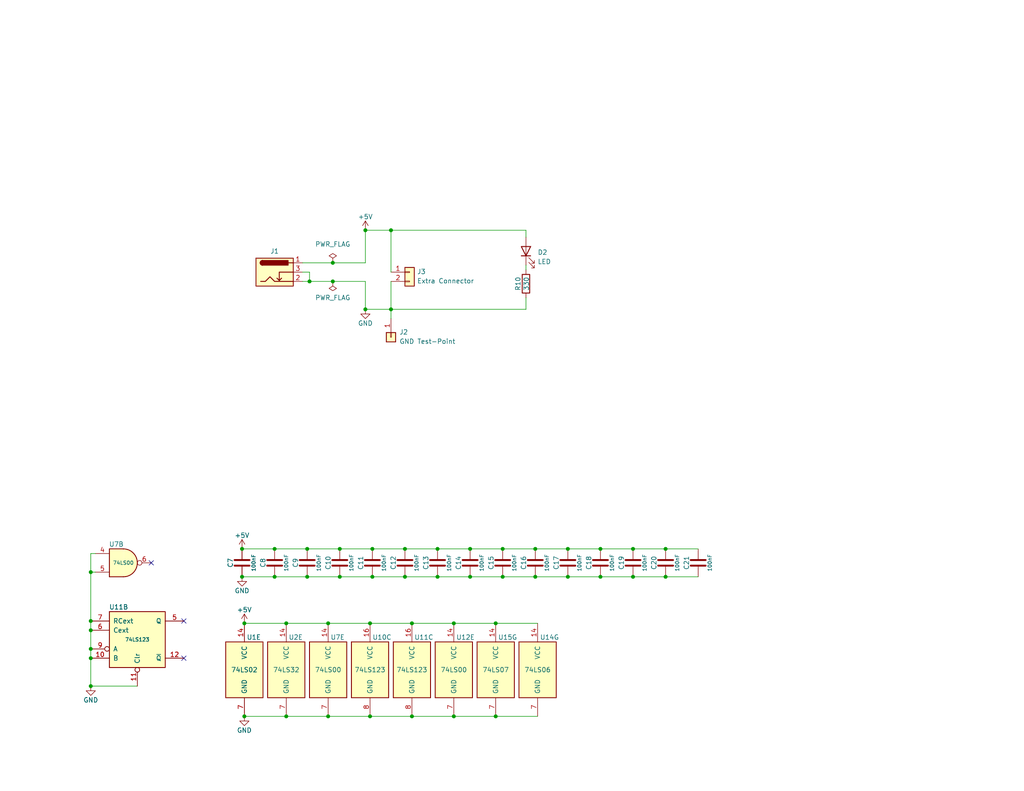
<source format=kicad_sch>
(kicad_sch (version 20250114) (generator "eeschema") (generator_version "9.0")
  (paper "USLetter")
  (title_block (title "Sorcerer Dream Disk") (date "2025-05-04") (rev "1.1") (company "Marcel Erz (RetroStack), John Halkiadakis, Michael Borthwick (Exidyboy)") (comment 2 "Barrel Jack power connector, all power units, and unused units") (comment 4 "Power"))
  (lib_symbols
    (symbol "+5V_5" (power) (pin_numbers (hide yes)) (pin_names (offset 0) (hide yes))
      (property "Value" "+5V" (at 0 3.556 0))
      (symbol "+5V_5_0_1"
        (polyline (pts (xy -0.762 1.27) (xy 0 2.54)))
        (polyline (pts (xy 0 2.54) (xy 0.762 1.27)))
        (polyline (pts (xy 0 0) (xy 0 2.54)))
      )
      (symbol "+5V_5_1_1"
        (pin power_in line (at 0 0 90) (length 0) (name "~") (number "1"))
      )
    )
    (symbol "74xx:74LS00" (pin_names (offset 1.016))
      (property "Reference" "U" (at 0 1.27 0))
      (property "Value" "74LS00" (at 0 -1.27 0))
      (symbol "74LS00_1_1"
        (arc (start 0 3.81) (mid 3.7934 0) (end 0 -3.81) (stroke (width 0.254)) (fill (type background)))
        (polyline (pts (xy 0 3.81) (xy -3.81 3.81) (xy -3.81 -3.81) (xy 0 -3.81)) (stroke (width 0.254)) (fill (type background)))
        (pin input line (at -7.62 2.54 0) (length 3.81) (name "~") (number "1"))
        (pin input line (at -7.62 -2.54 0) (length 3.81) (name "~") (number "2"))
        (pin output inverted (at 7.62 0 180) (length 3.81) (name "~") (number "3"))
      )
      (symbol "74LS00_1_2"
        (arc (start -3.81 3.81) (mid -2.589 0) (end -3.81 -3.81) (stroke (width 0.254)))
        (polyline (pts (xy -3.81 3.81) (xy -0.635 3.81)) (stroke (width 0.254)) (fill (type background)))
        (polyline (pts (xy -3.81 -3.81) (xy -0.635 -3.81)) (stroke (width 0.254)) (fill (type background)))
        (arc (start 3.81 0) (mid 2.1855 -2.584) (end -0.6096 -3.81) (stroke (width 0.254)) (fill (type background)))
        (arc (start -0.6096 3.81) (mid 2.1928 2.5924) (end 3.81 0) (stroke (width 0.254)) (fill (type background)))
        (polyline (pts (xy -0.635 3.81) (xy -3.81 3.81) (xy -3.81 3.81) (xy -3.556 3.4036) (xy -3.0226 2.2606) (xy -2.6924 1.0414) (xy -2.6162 -0.254) (xy -2.7686 -1.4986) (xy -3.175 -2.7178) (xy -3.81 -3.81) (xy -3.81 -3.81) (xy -0.635 -3.81)) (stroke (width -25.4)) (fill (type background)))
        (pin input inverted (at -7.62 2.54 0) (length 4.318) (name "~") (number "1"))
        (pin input inverted (at -7.62 -2.54 0) (length 4.318) (name "~") (number "2"))
        (pin output line (at 7.62 0 180) (length 3.81) (name "~") (number "3"))
      )
      (symbol "74LS00_2_1"
        (arc (start 0 3.81) (mid 3.7934 0) (end 0 -3.81) (stroke (width 0.254)) (fill (type background)))
        (polyline (pts (xy 0 3.81) (xy -3.81 3.81) (xy -3.81 -3.81) (xy 0 -3.81)) (stroke (width 0.254)) (fill (type background)))
        (pin input line (at -7.62 2.54 0) (length 3.81) (name "~") (number "4"))
        (pin input line (at -7.62 -2.54 0) (length 3.81) (name "~") (number "5"))
        (pin output inverted (at 7.62 0 180) (length 3.81) (name "~") (number "6"))
      )
      (symbol "74LS00_2_2"
        (arc (start -3.81 3.81) (mid -2.589 0) (end -3.81 -3.81) (stroke (width 0.254)))
        (polyline (pts (xy -3.81 3.81) (xy -0.635 3.81)) (stroke (width 0.254)) (fill (type background)))
        (polyline (pts (xy -3.81 -3.81) (xy -0.635 -3.81)) (stroke (width 0.254)) (fill (type background)))
        (arc (start 3.81 0) (mid 2.1855 -2.584) (end -0.6096 -3.81) (stroke (width 0.254)) (fill (type background)))
        (arc (start -0.6096 3.81) (mid 2.1928 2.5924) (end 3.81 0) (stroke (width 0.254)) (fill (type background)))
        (polyline (pts (xy -0.635 3.81) (xy -3.81 3.81) (xy -3.81 3.81) (xy -3.556 3.4036) (xy -3.0226 2.2606) (xy -2.6924 1.0414) (xy -2.6162 -0.254) (xy -2.7686 -1.4986) (xy -3.175 -2.7178) (xy -3.81 -3.81) (xy -3.81 -3.81) (xy -0.635 -3.81)) (stroke (width -25.4)) (fill (type background)))
        (pin input inverted (at -7.62 2.54 0) (length 4.318) (name "~") (number "4"))
        (pin input inverted (at -7.62 -2.54 0) (length 4.318) (name "~") (number "5"))
        (pin output line (at 7.62 0 180) (length 3.81) (name "~") (number "6"))
      )
      (symbol "74LS00_3_1"
        (arc (start 0 3.81) (mid 3.7934 0) (end 0 -3.81) (stroke (width 0.254)) (fill (type background)))
        (polyline (pts (xy 0 3.81) (xy -3.81 3.81) (xy -3.81 -3.81) (xy 0 -3.81)) (stroke (width 0.254)) (fill (type background)))
        (pin input line (at -7.62 2.54 0) (length 3.81) (name "~") (number "9"))
        (pin input line (at -7.62 -2.54 0) (length 3.81) (name "~") (number "10"))
        (pin output inverted (at 7.62 0 180) (length 3.81) (name "~") (number "8"))
      )
      (symbol "74LS00_3_2"
        (arc (start -3.81 3.81) (mid -2.589 0) (end -3.81 -3.81) (stroke (width 0.254)))
        (polyline (pts (xy -3.81 3.81) (xy -0.635 3.81)) (stroke (width 0.254)) (fill (type background)))
        (polyline (pts (xy -3.81 -3.81) (xy -0.635 -3.81)) (stroke (width 0.254)) (fill (type background)))
        (arc (start 3.81 0) (mid 2.1855 -2.584) (end -0.6096 -3.81) (stroke (width 0.254)) (fill (type background)))
        (arc (start -0.6096 3.81) (mid 2.1928 2.5924) (end 3.81 0) (stroke (width 0.254)) (fill (type background)))
        (polyline (pts (xy -0.635 3.81) (xy -3.81 3.81) (xy -3.81 3.81) (xy -3.556 3.4036) (xy -3.0226 2.2606) (xy -2.6924 1.0414) (xy -2.6162 -0.254) (xy -2.7686 -1.4986) (xy -3.175 -2.7178) (xy -3.81 -3.81) (xy -3.81 -3.81) (xy -0.635 -3.81)) (stroke (width -25.4)) (fill (type background)))
        (pin input inverted (at -7.62 2.54 0) (length 4.318) (name "~") (number "9"))
        (pin input inverted (at -7.62 -2.54 0) (length 4.318) (name "~") (number "10"))
        (pin output line (at 7.62 0 180) (length 3.81) (name "~") (number "8"))
      )
      (symbol "74LS00_4_1"
        (arc (start 0 3.81) (mid 3.7934 0) (end 0 -3.81) (stroke (width 0.254)) (fill (type background)))
        (polyline (pts (xy 0 3.81) (xy -3.81 3.81) (xy -3.81 -3.81) (xy 0 -3.81)) (stroke (width 0.254)) (fill (type background)))
        (pin input line (at -7.62 2.54 0) (length 3.81) (name "~") (number "12"))
        (pin input line (at -7.62 -2.54 0) (length 3.81) (name "~") (number "13"))
        (pin output inverted (at 7.62 0 180) (length 3.81) (name "~") (number "11"))
      )
      (symbol "74LS00_4_2"
        (arc (start -3.81 3.81) (mid -2.589 0) (end -3.81 -3.81) (stroke (width 0.254)))
        (polyline (pts (xy -3.81 3.81) (xy -0.635 3.81)) (stroke (width 0.254)) (fill (type background)))
        (polyline (pts (xy -3.81 -3.81) (xy -0.635 -3.81)) (stroke (width 0.254)) (fill (type background)))
        (arc (start 3.81 0) (mid 2.1855 -2.584) (end -0.6096 -3.81) (stroke (width 0.254)) (fill (type background)))
        (arc (start -0.6096 3.81) (mid 2.1928 2.5924) (end 3.81 0) (stroke (width 0.254)) (fill (type background)))
        (polyline (pts (xy -0.635 3.81) (xy -3.81 3.81) (xy -3.81 3.81) (xy -3.556 3.4036) (xy -3.0226 2.2606) (xy -2.6924 1.0414) (xy -2.6162 -0.254) (xy -2.7686 -1.4986) (xy -3.175 -2.7178) (xy -3.81 -3.81) (xy -3.81 -3.81) (xy -0.635 -3.81)) (stroke (width -25.4)) (fill (type background)))
        (pin input inverted (at -7.62 2.54 0) (length 4.318) (name "~") (number "12"))
        (pin input inverted (at -7.62 -2.54 0) (length 4.318) (name "~") (number "13"))
        (pin output line (at 7.62 0 180) (length 3.81) (name "~") (number "11"))
      )
      (symbol "74LS00_5_0"
        (pin power_in line (at 0 12.7 270) (length 5.08) (name "VCC") (number "14"))
        (pin power_in line (at 0 -12.7 90) (length 5.08) (name "GND") (number "7"))
      )
      (symbol "74LS00_5_1"
        (rectangle (start -5.08 7.62) (end 5.08 -7.62) (stroke (width 0.254)) (fill (type background)))
      )
    )
    (symbol "74xx:74LS02" (pin_names (offset 1.016))
      (property "Reference" "U" (at 0 1.27 0))
      (property "Value" "74LS02" (at 0 -1.27 0))
      (symbol "74LS02_1_1"
        (arc (start -3.81 3.81) (mid -2.589 0) (end -3.81 -3.81) (stroke (width 0.254)))
        (polyline (pts (xy -3.81 3.81) (xy -0.635 3.81)) (stroke (width 0.254)) (fill (type background)))
        (polyline (pts (xy -3.81 -3.81) (xy -0.635 -3.81)) (stroke (width 0.254)) (fill (type background)))
        (arc (start 3.81 0) (mid 2.1855 -2.584) (end -0.6096 -3.81) (stroke (width 0.254)) (fill (type background)))
        (arc (start -0.6096 3.81) (mid 2.1928 2.5924) (end 3.81 0) (stroke (width 0.254)) (fill (type background)))
        (polyline (pts (xy -0.635 3.81) (xy -3.81 3.81) (xy -3.81 3.81) (xy -3.556 3.4036) (xy -3.0226 2.2606) (xy -2.6924 1.0414) (xy -2.6162 -0.254) (xy -2.7686 -1.4986) (xy -3.175 -2.7178) (xy -3.81 -3.81) (xy -3.81 -3.81) (xy -0.635 -3.81)) (stroke (width -25.4)) (fill (type background)))
        (pin input line (at -7.62 2.54 0) (length 4.318) (name "~") (number "2"))
        (pin input line (at -7.62 -2.54 0) (length 4.318) (name "~") (number "3"))
        (pin output inverted (at 7.62 0 180) (length 3.81) (name "~") (number "1"))
      )
      (symbol "74LS02_1_2"
        (arc (start 0 3.81) (mid 3.7934 0) (end 0 -3.81) (stroke (width 0.254)) (fill (type background)))
        (polyline (pts (xy 0 3.81) (xy -3.81 3.81) (xy -3.81 -3.81) (xy 0 -3.81)) (stroke (width 0.254)) (fill (type background)))
        (pin input inverted (at -7.62 2.54 0) (length 3.81) (name "~") (number "2"))
        (pin input inverted (at -7.62 -2.54 0) (length 3.81) (name "~") (number "3"))
        (pin output line (at 7.62 0 180) (length 3.81) (name "~") (number "1"))
      )
      (symbol "74LS02_2_1"
        (arc (start -3.81 3.81) (mid -2.589 0) (end -3.81 -3.81) (stroke (width 0.254)))
        (polyline (pts (xy -3.81 3.81) (xy -0.635 3.81)) (stroke (width 0.254)) (fill (type background)))
        (polyline (pts (xy -3.81 -3.81) (xy -0.635 -3.81)) (stroke (width 0.254)) (fill (type background)))
        (arc (start 3.81 0) (mid 2.1855 -2.584) (end -0.6096 -3.81) (stroke (width 0.254)) (fill (type background)))
        (arc (start -0.6096 3.81) (mid 2.1928 2.5924) (end 3.81 0) (stroke (width 0.254)) (fill (type background)))
        (polyline (pts (xy -0.635 3.81) (xy -3.81 3.81) (xy -3.81 3.81) (xy -3.556 3.4036) (xy -3.0226 2.2606) (xy -2.6924 1.0414) (xy -2.6162 -0.254) (xy -2.7686 -1.4986) (xy -3.175 -2.7178) (xy -3.81 -3.81) (xy -3.81 -3.81) (xy -0.635 -3.81)) (stroke (width -25.4)) (fill (type background)))
        (pin input line (at -7.62 2.54 0) (length 4.318) (name "~") (number "5"))
        (pin input line (at -7.62 -2.54 0) (length 4.318) (name "~") (number "6"))
        (pin output inverted (at 7.62 0 180) (length 3.81) (name "~") (number "4"))
      )
      (symbol "74LS02_2_2"
        (arc (start 0 3.81) (mid 3.7934 0) (end 0 -3.81) (stroke (width 0.254)) (fill (type background)))
        (polyline (pts (xy 0 3.81) (xy -3.81 3.81) (xy -3.81 -3.81) (xy 0 -3.81)) (stroke (width 0.254)) (fill (type background)))
        (pin input inverted (at -7.62 2.54 0) (length 3.81) (name "~") (number "5"))
        (pin input inverted (at -7.62 -2.54 0) (length 3.81) (name "~") (number "6"))
        (pin output line (at 7.62 0 180) (length 3.81) (name "~") (number "4"))
      )
      (symbol "74LS02_3_1"
        (arc (start -3.81 3.81) (mid -2.589 0) (end -3.81 -3.81) (stroke (width 0.254)))
        (polyline (pts (xy -3.81 3.81) (xy -0.635 3.81)) (stroke (width 0.254)) (fill (type background)))
        (polyline (pts (xy -3.81 -3.81) (xy -0.635 -3.81)) (stroke (width 0.254)) (fill (type background)))
        (arc (start 3.81 0) (mid 2.1855 -2.584) (end -0.6096 -3.81) (stroke (width 0.254)) (fill (type background)))
        (arc (start -0.6096 3.81) (mid 2.1928 2.5924) (end 3.81 0) (stroke (width 0.254)) (fill (type background)))
        (polyline (pts (xy -0.635 3.81) (xy -3.81 3.81) (xy -3.81 3.81) (xy -3.556 3.4036) (xy -3.0226 2.2606) (xy -2.6924 1.0414) (xy -2.6162 -0.254) (xy -2.7686 -1.4986) (xy -3.175 -2.7178) (xy -3.81 -3.81) (xy -3.81 -3.81) (xy -0.635 -3.81)) (stroke (width -25.4)) (fill (type background)))
        (pin input line (at -7.62 2.54 0) (length 4.318) (name "~") (number "8"))
        (pin input line (at -7.62 -2.54 0) (length 4.318) (name "~") (number "9"))
        (pin output inverted (at 7.62 0 180) (length 3.81) (name "~") (number "10"))
      )
      (symbol "74LS02_3_2"
        (arc (start 0 3.81) (mid 3.7934 0) (end 0 -3.81) (stroke (width 0.254)) (fill (type background)))
        (polyline (pts (xy 0 3.81) (xy -3.81 3.81) (xy -3.81 -3.81) (xy 0 -3.81)) (stroke (width 0.254)) (fill (type background)))
        (pin input inverted (at -7.62 2.54 0) (length 3.81) (name "~") (number "8"))
        (pin input inverted (at -7.62 -2.54 0) (length 3.81) (name "~") (number "9"))
        (pin output line (at 7.62 0 180) (length 3.81) (name "~") (number "10"))
      )
      (symbol "74LS02_4_1"
        (arc (start -3.81 3.81) (mid -2.589 0) (end -3.81 -3.81) (stroke (width 0.254)))
        (polyline (pts (xy -3.81 3.81) (xy -0.635 3.81)) (stroke (width 0.254)) (fill (type background)))
        (polyline (pts (xy -3.81 -3.81) (xy -0.635 -3.81)) (stroke (width 0.254)) (fill (type background)))
        (arc (start 3.81 0) (mid 2.1855 -2.584) (end -0.6096 -3.81) (stroke (width 0.254)) (fill (type background)))
        (arc (start -0.6096 3.81) (mid 2.1928 2.5924) (end 3.81 0) (stroke (width 0.254)) (fill (type background)))
        (polyline (pts (xy -0.635 3.81) (xy -3.81 3.81) (xy -3.81 3.81) (xy -3.556 3.4036) (xy -3.0226 2.2606) (xy -2.6924 1.0414) (xy -2.6162 -0.254) (xy -2.7686 -1.4986) (xy -3.175 -2.7178) (xy -3.81 -3.81) (xy -3.81 -3.81) (xy -0.635 -3.81)) (stroke (width -25.4)) (fill (type background)))
        (pin input line (at -7.62 2.54 0) (length 4.318) (name "~") (number "11"))
        (pin input line (at -7.62 -2.54 0) (length 4.318) (name "~") (number "12"))
        (pin output inverted (at 7.62 0 180) (length 3.81) (name "~") (number "13"))
      )
      (symbol "74LS02_4_2"
        (arc (start 0 3.81) (mid 3.7934 0) (end 0 -3.81) (stroke (width 0.254)) (fill (type background)))
        (polyline (pts (xy 0 3.81) (xy -3.81 3.81) (xy -3.81 -3.81) (xy 0 -3.81)) (stroke (width 0.254)) (fill (type background)))
        (pin input inverted (at -7.62 2.54 0) (length 3.81) (name "~") (number "11"))
        (pin input inverted (at -7.62 -2.54 0) (length 3.81) (name "~") (number "12"))
        (pin output line (at 7.62 0 180) (length 3.81) (name "~") (number "13"))
      )
      (symbol "74LS02_5_0"
        (pin power_in line (at 0 12.7 270) (length 5.08) (name "VCC") (number "14"))
        (pin power_in line (at 0 -12.7 90) (length 5.08) (name "GND") (number "7"))
      )
      (symbol "74LS02_5_1"
        (rectangle (start -5.08 7.62) (end 5.08 -7.62) (stroke (width 0.254)) (fill (type background)))
      )
    )
    (symbol "74xx:74LS06" (pin_names (offset 1.016))
      (property "Reference" "U" (at 0 1.27 0))
      (property "Value" "74LS06" (at 0 -1.27 0))
      (symbol "74LS06_1_0"
        (polyline (pts (xy -3.81 3.81) (xy -3.81 -3.81) (xy 3.81 0) (xy -3.81 3.81)) (stroke (width 0.254)) (fill (type background)))
        (pin input line (at -7.62 0 0) (length 3.81) (name "~") (number "1"))
        (pin open_collector inverted (at 7.62 0 180) (length 3.81) (name "~") (number "2"))
      )
      (symbol "74LS06_2_0"
        (polyline (pts (xy -3.81 3.81) (xy -3.81 -3.81) (xy 3.81 0) (xy -3.81 3.81)) (stroke (width 0.254)) (fill (type background)))
        (pin input line (at -7.62 0 0) (length 3.81) (name "~") (number "3"))
        (pin open_collector inverted (at 7.62 0 180) (length 3.81) (name "~") (number "4"))
      )
      (symbol "74LS06_3_0"
        (polyline (pts (xy -3.81 3.81) (xy -3.81 -3.81) (xy 3.81 0) (xy -3.81 3.81)) (stroke (width 0.254)) (fill (type background)))
        (pin input line (at -7.62 0 0) (length 3.81) (name "~") (number "5"))
        (pin open_collector inverted (at 7.62 0 180) (length 3.81) (name "~") (number "6"))
      )
      (symbol "74LS06_4_0"
        (polyline (pts (xy -3.81 3.81) (xy -3.81 -3.81) (xy 3.81 0) (xy -3.81 3.81)) (stroke (width 0.254)) (fill (type background)))
        (pin input line (at -7.62 0 0) (length 3.81) (name "~") (number "9"))
        (pin open_collector inverted (at 7.62 0 180) (length 3.81) (name "~") (number "8"))
      )
      (symbol "74LS06_5_0"
        (polyline (pts (xy -3.81 3.81) (xy -3.81 -3.81) (xy 3.81 0) (xy -3.81 3.81)) (stroke (width 0.254)) (fill (type background)))
        (pin input line (at -7.62 0 0) (length 3.81) (name "~") (number "11"))
        (pin open_collector inverted (at 7.62 0 180) (length 3.81) (name "~") (number "10"))
      )
      (symbol "74LS06_6_0"
        (polyline (pts (xy -3.81 3.81) (xy -3.81 -3.81) (xy 3.81 0) (xy -3.81 3.81)) (stroke (width 0.254)) (fill (type background)))
        (pin input line (at -7.62 0 0) (length 3.81) (name "~") (number "13"))
        (pin open_collector inverted (at 7.62 0 180) (length 3.81) (name "~") (number "12"))
      )
      (symbol "74LS06_7_0"
        (pin power_in line (at 0 12.7 270) (length 5.08) (name "VCC") (number "14"))
        (pin power_in line (at 0 -12.7 90) (length 5.08) (name "GND") (number "7"))
      )
      (symbol "74LS06_7_1"
        (rectangle (start -5.08 7.62) (end 5.08 -7.62) (stroke (width 0.254)) (fill (type background)))
      )
    )
    (symbol "74xx:74LS07" (pin_names (offset 1.016))
      (property "Reference" "U" (at 0 1.27 0))
      (property "Value" "74LS07" (at 0 -1.27 0))
      (symbol "74LS07_1_0"
        (polyline (pts (xy -3.81 3.81) (xy -3.81 -3.81) (xy 3.81 0) (xy -3.81 3.81)) (stroke (width 0.254)) (fill (type background)))
        (pin input line (at -7.62 0 0) (length 3.81) (name "~") (number "1"))
        (pin open_collector line (at 7.62 0 180) (length 3.81) (name "~") (number "2"))
      )
      (symbol "74LS07_2_0"
        (polyline (pts (xy -3.81 3.81) (xy -3.81 -3.81) (xy 3.81 0) (xy -3.81 3.81)) (stroke (width 0.254)) (fill (type background)))
        (pin input line (at -7.62 0 0) (length 3.81) (name "~") (number "3"))
        (pin open_collector line (at 7.62 0 180) (length 3.81) (name "~") (number "4"))
      )
      (symbol "74LS07_3_0"
        (polyline (pts (xy -3.81 3.81) (xy -3.81 -3.81) (xy 3.81 0) (xy -3.81 3.81)) (stroke (width 0.254)) (fill (type background)))
        (pin input line (at -7.62 0 0) (length 3.81) (name "~") (number "5"))
        (pin open_collector line (at 7.62 0 180) (length 3.81) (name "~") (number "6"))
      )
      (symbol "74LS07_4_0"
        (polyline (pts (xy -3.81 3.81) (xy -3.81 -3.81) (xy 3.81 0) (xy -3.81 3.81)) (stroke (width 0.254)) (fill (type background)))
        (pin input line (at -7.62 0 0) (length 3.81) (name "~") (number "9"))
        (pin open_collector line (at 7.62 0 180) (length 3.81) (name "~") (number "8"))
      )
      (symbol "74LS07_5_0"
        (polyline (pts (xy -3.81 3.81) (xy -3.81 -3.81) (xy 3.81 0) (xy -3.81 3.81)) (stroke (width 0.254)) (fill (type background)))
        (pin input line (at -7.62 0 0) (length 3.81) (name "~") (number "11"))
        (pin open_collector line (at 7.62 0 180) (length 3.81) (name "~") (number "10"))
      )
      (symbol "74LS07_6_0"
        (polyline (pts (xy -3.81 3.81) (xy -3.81 -3.81) (xy 3.81 0) (xy -3.81 3.81)) (stroke (width 0.254)) (fill (type background)))
        (pin input line (at -7.62 0 0) (length 3.81) (name "~") (number "13"))
        (pin open_collector line (at 7.62 0 180) (length 3.81) (name "~") (number "12"))
      )
      (symbol "74LS07_7_0"
        (pin power_in line (at 0 12.7 270) (length 5.08) (name "VCC") (number "14"))
        (pin power_in line (at 0 -12.7 90) (length 5.08) (name "GND") (number "7"))
      )
      (symbol "74LS07_7_1"
        (rectangle (start -5.08 7.62) (end 5.08 -7.62) (stroke (width 0.254)) (fill (type background)))
      )
    )
    (symbol "74xx:74LS123" (pin_names (offset 1.016))
      (property "Reference" "U" (at -7.62 8.89 0))
      (property "Value" "74LS123" (at -7.62 -8.89 0))
      (symbol "74LS123_1_0"
        (pin input line (at -12.7 5.08 0) (length 5.08) (name "RCext") (number "15"))
        (pin input line (at -12.7 2.54 0) (length 5.08) (name "Cext") (number "14"))
        (pin input inverted (at -12.7 -2.54 0) (length 5.08) (name "A") (number "1"))
        (pin input line (at -12.7 -5.08 0) (length 5.08) (name "B") (number "2"))
        (pin input inverted (at 0 -12.7 90) (length 5.08) (name "Clr") (number "3"))
        (pin output line (at 12.7 5.08 180) (length 5.08) (name "Q") (number "13"))
        (pin output line (at 12.7 -5.08 180) (length 5.08) (name "~{Q}") (number "4"))
      )
      (symbol "74LS123_1_1"
        (rectangle (start -7.62 7.62) (end 7.62 -7.62) (stroke (width 0.254)) (fill (type background)))
      )
      (symbol "74LS123_2_0"
        (pin input line (at -12.7 5.08 0) (length 5.08) (name "RCext") (number "7"))
        (pin input line (at -12.7 2.54 0) (length 5.08) (name "Cext") (number "6"))
        (pin input inverted (at -12.7 -2.54 0) (length 5.08) (name "A") (number "9"))
        (pin input line (at -12.7 -5.08 0) (length 5.08) (name "B") (number "10"))
        (pin input inverted (at 0 -12.7 90) (length 5.08) (name "Clr") (number "11"))
        (pin output line (at 12.7 5.08 180) (length 5.08) (name "Q") (number "5"))
        (pin output line (at 12.7 -5.08 180) (length 5.08) (name "~{Q}") (number "12"))
      )
      (symbol "74LS123_2_1"
        (rectangle (start -7.62 7.62) (end 7.62 -7.62) (stroke (width 0.254)) (fill (type background)))
      )
      (symbol "74LS123_3_0"
        (pin power_in line (at 0 12.7 270) (length 5.08) (name "VCC") (number "16"))
        (pin power_in line (at 0 -12.7 90) (length 5.08) (name "GND") (number "8"))
      )
      (symbol "74LS123_3_1"
        (rectangle (start -5.08 7.62) (end 5.08 -7.62) (stroke (width 0.254)) (fill (type background)))
      )
    )
    (symbol "74xx:74LS32" (pin_names (offset 1.016))
      (property "Reference" "U" (at 0 1.27 0))
      (property "Value" "74LS32" (at 0 -1.27 0))
      (symbol "74LS32_1_1"
        (arc (start -3.81 3.81) (mid -2.589 0) (end -3.81 -3.81) (stroke (width 0.254)))
        (polyline (pts (xy -3.81 3.81) (xy -0.635 3.81)) (stroke (width 0.254)) (fill (type background)))
        (polyline (pts (xy -3.81 -3.81) (xy -0.635 -3.81)) (stroke (width 0.254)) (fill (type background)))
        (arc (start 3.81 0) (mid 2.1855 -2.584) (end -0.6096 -3.81) (stroke (width 0.254)) (fill (type background)))
        (arc (start -0.6096 3.81) (mid 2.1928 2.5924) (end 3.81 0) (stroke (width 0.254)) (fill (type background)))
        (polyline (pts (xy -0.635 3.81) (xy -3.81 3.81) (xy -3.81 3.81) (xy -3.556 3.4036) (xy -3.0226 2.2606) (xy -2.6924 1.0414) (xy -2.6162 -0.254) (xy -2.7686 -1.4986) (xy -3.175 -2.7178) (xy -3.81 -3.81) (xy -3.81 -3.81) (xy -0.635 -3.81)) (stroke (width -25.4)) (fill (type background)))
        (pin input line (at -7.62 2.54 0) (length 4.318) (name "~") (number "1"))
        (pin input line (at -7.62 -2.54 0) (length 4.318) (name "~") (number "2"))
        (pin output line (at 7.62 0 180) (length 3.81) (name "~") (number "3"))
      )
      (symbol "74LS32_1_2"
        (arc (start 0 3.81) (mid 3.7934 0) (end 0 -3.81) (stroke (width 0.254)) (fill (type background)))
        (polyline (pts (xy 0 3.81) (xy -3.81 3.81) (xy -3.81 -3.81) (xy 0 -3.81)) (stroke (width 0.254)) (fill (type background)))
        (pin input inverted (at -7.62 2.54 0) (length 3.81) (name "~") (number "1"))
        (pin input inverted (at -7.62 -2.54 0) (length 3.81) (name "~") (number "2"))
        (pin output inverted (at 7.62 0 180) (length 3.81) (name "~") (number "3"))
      )
      (symbol "74LS32_2_1"
        (arc (start -3.81 3.81) (mid -2.589 0) (end -3.81 -3.81) (stroke (width 0.254)))
        (polyline (pts (xy -3.81 3.81) (xy -0.635 3.81)) (stroke (width 0.254)) (fill (type background)))
        (polyline (pts (xy -3.81 -3.81) (xy -0.635 -3.81)) (stroke (width 0.254)) (fill (type background)))
        (arc (start 3.81 0) (mid 2.1855 -2.584) (end -0.6096 -3.81) (stroke (width 0.254)) (fill (type background)))
        (arc (start -0.6096 3.81) (mid 2.1928 2.5924) (end 3.81 0) (stroke (width 0.254)) (fill (type background)))
        (polyline (pts (xy -0.635 3.81) (xy -3.81 3.81) (xy -3.81 3.81) (xy -3.556 3.4036) (xy -3.0226 2.2606) (xy -2.6924 1.0414) (xy -2.6162 -0.254) (xy -2.7686 -1.4986) (xy -3.175 -2.7178) (xy -3.81 -3.81) (xy -3.81 -3.81) (xy -0.635 -3.81)) (stroke (width -25.4)) (fill (type background)))
        (pin input line (at -7.62 2.54 0) (length 4.318) (name "~") (number "4"))
        (pin input line (at -7.62 -2.54 0) (length 4.318) (name "~") (number "5"))
        (pin output line (at 7.62 0 180) (length 3.81) (name "~") (number "6"))
      )
      (symbol "74LS32_2_2"
        (arc (start 0 3.81) (mid 3.7934 0) (end 0 -3.81) (stroke (width 0.254)) (fill (type background)))
        (polyline (pts (xy 0 3.81) (xy -3.81 3.81) (xy -3.81 -3.81) (xy 0 -3.81)) (stroke (width 0.254)) (fill (type background)))
        (pin input inverted (at -7.62 2.54 0) (length 3.81) (name "~") (number "4"))
        (pin input inverted (at -7.62 -2.54 0) (length 3.81) (name "~") (number "5"))
        (pin output inverted (at 7.62 0 180) (length 3.81) (name "~") (number "6"))
      )
      (symbol "74LS32_3_1"
        (arc (start -3.81 3.81) (mid -2.589 0) (end -3.81 -3.81) (stroke (width 0.254)))
        (polyline (pts (xy -3.81 3.81) (xy -0.635 3.81)) (stroke (width 0.254)) (fill (type background)))
        (polyline (pts (xy -3.81 -3.81) (xy -0.635 -3.81)) (stroke (width 0.254)) (fill (type background)))
        (arc (start 3.81 0) (mid 2.1855 -2.584) (end -0.6096 -3.81) (stroke (width 0.254)) (fill (type background)))
        (arc (start -0.6096 3.81) (mid 2.1928 2.5924) (end 3.81 0) (stroke (width 0.254)) (fill (type background)))
        (polyline (pts (xy -0.635 3.81) (xy -3.81 3.81) (xy -3.81 3.81) (xy -3.556 3.4036) (xy -3.0226 2.2606) (xy -2.6924 1.0414) (xy -2.6162 -0.254) (xy -2.7686 -1.4986) (xy -3.175 -2.7178) (xy -3.81 -3.81) (xy -3.81 -3.81) (xy -0.635 -3.81)) (stroke (width -25.4)) (fill (type background)))
        (pin input line (at -7.62 2.54 0) (length 4.318) (name "~") (number "9"))
        (pin input line (at -7.62 -2.54 0) (length 4.318) (name "~") (number "10"))
        (pin output line (at 7.62 0 180) (length 3.81) (name "~") (number "8"))
      )
      (symbol "74LS32_3_2"
        (arc (start 0 3.81) (mid 3.7934 0) (end 0 -3.81) (stroke (width 0.254)) (fill (type background)))
        (polyline (pts (xy 0 3.81) (xy -3.81 3.81) (xy -3.81 -3.81) (xy 0 -3.81)) (stroke (width 0.254)) (fill (type background)))
        (pin input inverted (at -7.62 2.54 0) (length 3.81) (name "~") (number "9"))
        (pin input inverted (at -7.62 -2.54 0) (length 3.81) (name "~") (number "10"))
        (pin output inverted (at 7.62 0 180) (length 3.81) (name "~") (number "8"))
      )
      (symbol "74LS32_4_1"
        (arc (start -3.81 3.81) (mid -2.589 0) (end -3.81 -3.81) (stroke (width 0.254)))
        (polyline (pts (xy -3.81 3.81) (xy -0.635 3.81)) (stroke (width 0.254)) (fill (type background)))
        (polyline (pts (xy -3.81 -3.81) (xy -0.635 -3.81)) (stroke (width 0.254)) (fill (type background)))
        (arc (start 3.81 0) (mid 2.1855 -2.584) (end -0.6096 -3.81) (stroke (width 0.254)) (fill (type background)))
        (arc (start -0.6096 3.81) (mid 2.1928 2.5924) (end 3.81 0) (stroke (width 0.254)) (fill (type background)))
        (polyline (pts (xy -0.635 3.81) (xy -3.81 3.81) (xy -3.81 3.81) (xy -3.556 3.4036) (xy -3.0226 2.2606) (xy -2.6924 1.0414) (xy -2.6162 -0.254) (xy -2.7686 -1.4986) (xy -3.175 -2.7178) (xy -3.81 -3.81) (xy -3.81 -3.81) (xy -0.635 -3.81)) (stroke (width -25.4)) (fill (type background)))
        (pin input line (at -7.62 2.54 0) (length 4.318) (name "~") (number "12"))
        (pin input line (at -7.62 -2.54 0) (length 4.318) (name "~") (number "13"))
        (pin output line (at 7.62 0 180) (length 3.81) (name "~") (number "11"))
      )
      (symbol "74LS32_4_2"
        (arc (start 0 3.81) (mid 3.7934 0) (end 0 -3.81) (stroke (width 0.254)) (fill (type background)))
        (polyline (pts (xy 0 3.81) (xy -3.81 3.81) (xy -3.81 -3.81) (xy 0 -3.81)) (stroke (width 0.254)) (fill (type background)))
        (pin input inverted (at -7.62 2.54 0) (length 3.81) (name "~") (number "12"))
        (pin input inverted (at -7.62 -2.54 0) (length 3.81) (name "~") (number "13"))
        (pin output inverted (at 7.62 0 180) (length 3.81) (name "~") (number "11"))
      )
      (symbol "74LS32_5_0"
        (pin power_in line (at 0 12.7 270) (length 5.08) (name "VCC") (number "14"))
        (pin power_in line (at 0 -12.7 90) (length 5.08) (name "GND") (number "7"))
      )
      (symbol "74LS32_5_1"
        (rectangle (start -5.08 7.62) (end 5.08 -7.62) (stroke (width 0.254)) (fill (type background)))
      )
    )
    (symbol "Connector:Barrel_Jack_Switch" (pin_names (hide yes))
      (property "Reference" "J" (at 0 5.334 0))
      (property "Value" "Barrel_Jack_Switch" (at 0 -5.08 0))
      (symbol "Barrel_Jack_Switch_0_1"
        (rectangle (start -5.08 3.81) (end 5.08 -3.81) (stroke (width 0.254)) (fill (type background)))
        (polyline (pts (xy -3.81 -2.54) (xy -2.54 -2.54) (xy -1.27 -1.27) (xy 0 -2.54) (xy 2.54 -2.54) (xy 5.08 -2.54)) (stroke (width 0.254)))
        (arc (start -3.302 1.905) (mid -3.9343 2.54) (end -3.302 3.175) (stroke (width 0.254)))
        (arc (start -3.302 1.905) (mid -3.9343 2.54) (end -3.302 3.175) (stroke (width 0.254)) (fill (type outline)))
        (polyline (pts (xy 1.27 -2.286) (xy 1.905 -1.651)) (stroke (width 0.254)))
        (rectangle (start 3.683 3.175) (end -3.302 1.905) (stroke (width 0.254)) (fill (type outline)))
        (polyline (pts (xy 5.08 2.54) (xy 3.81 2.54)) (stroke (width 0.254)))
        (polyline (pts (xy 5.08 0) (xy 1.27 0) (xy 1.27 -2.286) (xy 0.635 -1.651)) (stroke (width 0.254)))
      )
      (symbol "Barrel_Jack_Switch_1_1"
        (pin passive line (at 7.62 2.54 180) (length 2.54) (name "~") (number "1"))
        (pin passive line (at 7.62 0 180) (length 2.54) (name "~") (number "3"))
        (pin passive line (at 7.62 -2.54 180) (length 2.54) (name "~") (number "2"))
      )
    )
    (symbol "Connector_Generic:Conn_01x01" (pin_names (offset 1.016) (hide yes))
      (property "Reference" "J" (at 0 2.54 0))
      (property "Value" "Conn_01x01" (at 0 -2.54 0))
      (symbol "Conn_01x01_1_1"
        (rectangle (start -1.27 1.27) (end 1.27 -1.27) (stroke (width 0.254)) (fill (type background)))
        (rectangle (start -1.27 0.127) (end 0 -0.127) (stroke (width 0.1524)))
        (pin passive line (at -5.08 0 0) (length 3.81) (name "Pin_1") (number "1"))
      )
    )
    (symbol "Connector_Generic:Conn_01x02" (pin_names (offset 1.016) (hide yes))
      (property "Reference" "J" (at 0 2.54 0))
      (property "Value" "Conn_01x02" (at 0 -5.08 0))
      (symbol "Conn_01x02_1_1"
        (rectangle (start -1.27 1.27) (end 1.27 -3.81) (stroke (width 0.254)) (fill (type background)))
        (rectangle (start -1.27 0.127) (end 0 -0.127) (stroke (width 0.1524)))
        (rectangle (start -1.27 -2.413) (end 0 -2.667) (stroke (width 0.1524)))
        (pin passive line (at -5.08 0 0) (length 3.81) (name "Pin_1") (number "1"))
        (pin passive line (at -5.08 -2.54 0) (length 3.81) (name "Pin_2") (number "2"))
      )
    )
    (symbol "Device:C" (pin_numbers (hide yes)) (pin_names (offset 0.254))
      (property "Reference" "C" (at 0.635 2.54 0))
      (property "Value" "C" (at 0.635 -2.54 0))
      (symbol "C_0_1"
        (polyline (pts (xy -2.032 0.762) (xy 2.032 0.762)) (stroke (width 0.508)))
        (polyline (pts (xy -2.032 -0.762) (xy 2.032 -0.762)) (stroke (width 0.508)))
      )
      (symbol "C_1_1"
        (pin passive line (at 0 3.81 270) (length 2.794) (name "~") (number "1"))
        (pin passive line (at 0 -3.81 90) (length 2.794) (name "~") (number "2"))
      )
    )
    (symbol "Device:LED" (pin_numbers (hide yes)) (pin_names (offset 1.016) (hide yes))
      (property "Reference" "D" (at 0 2.54 0))
      (property "Value" "LED" (at 0 -2.54 0))
      (symbol "LED_0_1"
        (polyline (pts (xy -3.048 -0.762) (xy -4.572 -2.286) (xy -3.81 -2.286) (xy -4.572 -2.286) (xy -4.572 -1.524)))
        (polyline (pts (xy -1.778 -0.762) (xy -3.302 -2.286) (xy -2.54 -2.286) (xy -3.302 -2.286) (xy -3.302 -1.524)))
        (polyline (pts (xy -1.27 0) (xy 1.27 0)))
        (polyline (pts (xy -1.27 -1.27) (xy -1.27 1.27)) (stroke (width 0.254)))
        (polyline (pts (xy 1.27 -1.27) (xy 1.27 1.27) (xy -1.27 0) (xy 1.27 -1.27)) (stroke (width 0.254)))
      )
      (symbol "LED_1_1"
        (pin passive line (at -3.81 0 0) (length 2.54) (name "K") (number "1"))
        (pin passive line (at 3.81 0 180) (length 2.54) (name "A") (number "2"))
      )
    )
    (symbol "Device:R" (pin_numbers (hide yes)) (pin_names (offset 0))
      (property "Reference" "R" (at 2.032 0 90))
      (property "Value" "R" (at 0 0 90))
      (symbol "R_0_1"
        (rectangle (start -1.016 -2.54) (end 1.016 2.54) (stroke (width 0.254)))
      )
      (symbol "R_1_1"
        (pin passive line (at 0 3.81 270) (length 1.27) (name "~") (number "1"))
        (pin passive line (at 0 -3.81 90) (length 1.27) (name "~") (number "2"))
      )
    )
    (symbol "GND_1" (power) (pin_numbers (hide yes)) (pin_names (offset 0) (hide yes))
      (property "Value" "GND" (at 0 -3.81 0))
      (symbol "GND_1_0_1"
        (polyline (pts (xy 0 0) (xy 0 -1.27) (xy 1.27 -1.27) (xy 0 -2.54) (xy -1.27 -1.27) (xy 0 -1.27)))
      )
      (symbol "GND_1_1_1"
        (pin power_in line (at 0 0 270) (length 0) (name "~") (number "1"))
      )
    )
    (symbol "power:PWR_FLAG" (power) (pin_numbers (hide yes)) (pin_names (offset 0) (hide yes))
      (property "Value" "PWR_FLAG" (at 0 3.81 0))
      (symbol "PWR_FLAG_0_0"
        (pin power_out line (at 0 0 90) (length 0) (name "pwr") (number "1"))
      )
      (symbol "PWR_FLAG_0_1"
        (polyline (pts (xy 0 0) (xy 0 1.27) (xy -1.016 1.905) (xy 0 2.54) (xy 1.016 1.905) (xy 0 1.27)))
      )
    )
  )
  (junction (at 101.6 157.48))
  (junction (at 66.04 149.86))
  (junction (at 74.93 157.48))
  (junction (at 154.94 149.86))
  (junction (at 123.825 170.18))
  (junction (at 100.965 170.18))
  (junction (at 101.6 149.86))
  (junction (at 163.83 157.48))
  (junction (at 128.27 157.48))
  (junction (at 99.695 84.455))
  (junction (at 83.82 149.86))
  (junction (at 181.61 157.48))
  (junction (at 137.16 157.48))
  (junction (at 90.805 71.755))
  (junction (at 84.455 76.835))
  (junction (at 99.695 62.865))
  (junction (at 24.765 156.21))
  (junction (at 154.94 157.48))
  (junction (at 163.83 149.86))
  (junction (at 146.05 149.86))
  (junction (at 135.255 170.18))
  (junction (at 137.16 149.86))
  (junction (at 119.38 157.48))
  (junction (at 78.105 170.18))
  (junction (at 92.71 157.48))
  (junction (at 74.93 149.86))
  (junction (at 66.675 195.58))
  (junction (at 24.765 177.165))
  (junction (at 24.765 169.545))
  (junction (at 119.38 149.86))
  (junction (at 181.61 149.86))
  (junction (at 112.395 170.18))
  (junction (at 24.765 179.705))
  (junction (at 106.68 84.455))
  (junction (at 146.05 157.48))
  (junction (at 172.72 149.86))
  (junction (at 66.675 170.18))
  (junction (at 92.71 149.86))
  (junction (at 78.105 195.58))
  (junction (at 110.49 149.86))
  (junction (at 112.395 195.58))
  (junction (at 100.965 195.58))
  (junction (at 135.255 195.58))
  (junction (at 89.535 170.18))
  (junction (at 172.72 157.48))
  (junction (at 83.82 157.48))
  (junction (at 66.04 157.48))
  (junction (at 24.765 172.085))
  (junction (at 89.535 195.58))
  (junction (at 123.825 195.58))
  (junction (at 90.805 76.835))
  (junction (at 128.27 149.86))
  (junction (at 24.765 187.325))
  (junction (at 106.68 62.865))
  (junction (at 110.49 157.48))
  (no_connect (at 41.275 153.67))
  (no_connect (at 50.165 179.705))
  (no_connect (at 50.165 169.545))
  (wire (pts (xy 66.675 170.18) (xy 78.105 170.18)))
  (wire (pts (xy 181.61 149.86) (xy 190.5 149.86)))
  (wire (pts (xy 90.805 71.755) (xy 99.695 71.755)))
  (wire (pts (xy 92.71 149.86) (xy 101.6 149.86)))
  (wire (pts (xy 84.455 74.295) (xy 84.455 76.835)))
  (wire (pts (xy 24.765 156.21) (xy 24.765 169.545)))
  (wire (pts (xy 74.93 149.86) (xy 83.82 149.86)))
  (wire (pts (xy 24.765 187.325) (xy 37.465 187.325)))
  (wire (pts (xy 137.16 149.86) (xy 146.05 149.86)))
  (wire (pts (xy 100.965 170.18) (xy 112.395 170.18)))
  (wire (pts (xy 106.68 74.295) (xy 106.68 62.865)))
  (wire (pts (xy 135.255 195.58) (xy 146.685 195.58)))
  (wire (pts (xy 82.55 71.755) (xy 90.805 71.755)))
  (wire (pts (xy 163.83 149.86) (xy 172.72 149.86)))
  (wire (pts (xy 119.38 149.86) (xy 128.27 149.86)))
  (wire (pts (xy 154.94 149.86) (xy 163.83 149.86)))
  (wire (pts (xy 83.82 157.48) (xy 92.71 157.48)))
  (wire (pts (xy 99.695 62.865) (xy 99.695 71.755)))
  (wire (pts (xy 90.805 76.835) (xy 99.695 76.835)))
  (wire (pts (xy 24.765 179.705) (xy 24.765 187.325)))
  (wire (pts (xy 106.68 76.835) (xy 106.68 84.455)))
  (wire (pts (xy 123.825 195.58) (xy 135.255 195.58)))
  (wire (pts (xy 143.51 62.865) (xy 143.51 64.77)))
  (wire (pts (xy 66.04 149.86) (xy 74.93 149.86)))
  (wire (pts (xy 172.72 149.86) (xy 181.61 149.86)))
  (wire (pts (xy 89.535 170.18) (xy 100.965 170.18)))
  (wire (pts (xy 24.765 169.545) (xy 24.765 172.085)))
  (wire (pts (xy 24.765 172.085) (xy 24.765 177.165)))
  (wire (pts (xy 137.16 157.48) (xy 146.05 157.48)))
  (wire (pts (xy 106.68 62.865) (xy 143.51 62.865)))
  (wire (pts (xy 84.455 76.835) (xy 90.805 76.835)))
  (wire (pts (xy 82.55 76.835) (xy 84.455 76.835)))
  (wire (pts (xy 92.71 157.48) (xy 101.6 157.48)))
  (wire (pts (xy 74.93 157.48) (xy 83.82 157.48)))
  (wire (pts (xy 110.49 157.48) (xy 119.38 157.48)))
  (wire (pts (xy 143.51 84.455) (xy 106.68 84.455)))
  (wire (pts (xy 106.68 84.455) (xy 106.68 86.995)))
  (wire (pts (xy 154.94 157.48) (xy 163.83 157.48)))
  (wire (pts (xy 146.05 149.86) (xy 154.94 149.86)))
  (wire (pts (xy 101.6 149.86) (xy 110.49 149.86)))
  (wire (pts (xy 143.51 73.66) (xy 143.51 72.39)))
  (wire (pts (xy 100.965 195.58) (xy 112.395 195.58)))
  (wire (pts (xy 78.105 195.58) (xy 89.535 195.58)))
  (wire (pts (xy 123.825 170.18) (xy 135.255 170.18)))
  (wire (pts (xy 128.27 149.86) (xy 137.16 149.86)))
  (wire (pts (xy 26.035 151.13) (xy 24.765 151.13)))
  (wire (pts (xy 119.38 157.48) (xy 128.27 157.48)))
  (wire (pts (xy 99.695 62.865) (xy 106.68 62.865)))
  (wire (pts (xy 181.61 157.48) (xy 190.5 157.48)))
  (wire (pts (xy 163.83 157.48) (xy 172.72 157.48)))
  (wire (pts (xy 82.55 74.295) (xy 84.455 74.295)))
  (wire (pts (xy 24.765 177.165) (xy 24.765 179.705)))
  (wire (pts (xy 99.695 84.455) (xy 106.68 84.455)))
  (wire (pts (xy 66.04 157.48) (xy 74.93 157.48)))
  (wire (pts (xy 24.765 151.13) (xy 24.765 156.21)))
  (wire (pts (xy 83.82 149.86) (xy 92.71 149.86)))
  (wire (pts (xy 172.72 157.48) (xy 181.61 157.48)))
  (wire (pts (xy 112.395 170.18) (xy 123.825 170.18)))
  (wire (pts (xy 112.395 195.58) (xy 123.825 195.58)))
  (wire (pts (xy 66.675 195.58) (xy 78.105 195.58)))
  (wire (pts (xy 143.51 81.28) (xy 143.51 84.455)))
  (wire (pts (xy 101.6 157.48) (xy 110.49 157.48)))
  (wire (pts (xy 78.105 170.18) (xy 89.535 170.18)))
  (wire (pts (xy 99.695 76.835) (xy 99.695 84.455)))
  (wire (pts (xy 146.05 157.48) (xy 154.94 157.48)))
  (wire (pts (xy 135.255 170.18) (xy 146.685 170.18)))
  (wire (pts (xy 24.765 156.21) (xy 26.035 156.21)))
  (wire (pts (xy 128.27 157.48) (xy 137.16 157.48)))
  (wire (pts (xy 110.49 149.86) (xy 119.38 149.86)))
  (wire (pts (xy 89.535 195.58) (xy 100.965 195.58)))
  (symbol (lib_id "Connector_Generic:Conn_01x01") (at 106.68 92.075 270) (unit 1)
    (property "Reference" "J2" (at 108.966 90.678 90) (effects (justify left)))
    (property "Value" "GND Test-Point" (at 108.966 93.218 90) (effects (justify left)))
    (property "Footprint" "Connector_PinHeader_2.54mm:PinHeader_1x01_P2.54mm_Vertical" (effects (hide yes)))
    (property "Description" "Generic connector, single row, 01x01, script generated (kicad-library-utils/schlib/autogen/connector/)" (effects (hide yes)))
  )
  (symbol (lib_id "Device:C") (at 119.38 153.67 180) (unit 1)
    (property "Reference" "C13" (at 116.205 153.67 90))
    (property "Value" "100nF" (at 122.555 153.67 90) (effects (font (size 1 1))))
    (property "Footprint" "Capacitor_THT:C_Disc_D3.8mm_W2.6mm_P2.50mm" (effects (hide yes)))
  )
  (symbol (lib_name "GND_1") (lib_id "power:GND") (at 99.695 84.455 0) (unit 1)
    (property "Reference" "#PWR021" (effects (hide yes)))
    (property "Value" "GND" (at 99.695 88.265 0))
    (property "Description" "Power symbol creates a global label with name \"GND\" , ground" (effects (hide yes)))
  )
  (symbol (lib_id "Device:C") (at 83.82 153.67 180) (unit 1)
    (property "Reference" "C9" (at 80.645 153.67 90))
    (property "Value" "100nF" (at 86.995 153.67 90) (effects (font (size 1 1))))
    (property "Footprint" "Capacitor_THT:C_Disc_D3.8mm_W2.6mm_P2.50mm" (effects (hide yes)))
  )
  (symbol (lib_name "+5V_5") (lib_id "power:+5V") (at 66.675 170.18 0) (unit 1)
    (property "Reference" "#PWR055" (effects (hide yes)))
    (property "Value" "+5V" (at 66.675 166.497 0))
    (property "Description" "Power symbol creates a global label with name \"+5V\"" (effects (hide yes)))
  )
  (symbol (lib_id "74xx:74LS123") (at 37.465 174.625 0) (unit 2)
    (property "Reference" "U11" (at 32.385 165.735 0))
    (property "Value" "74LS123" (at 37.465 174.625 0) (effects (font (size 1 1))))
    (property "Footprint" "Package_DIP:DIP-16_W7.62mm" (effects (hide yes)))
    (property "Datasheet" "http://www.ti.com/lit/gpn/sn74LS123" (effects (hide yes)))
  )
  (symbol (lib_id "74xx:74LS32") (at 78.105 182.88 0) (unit 5)
    (property "Reference" "U2" (at 78.74 173.99 0) (effects (justify left)))
    (property "Value" "74LS32" (at 78.105 182.88 0))
    (property "Footprint" "Package_DIP:DIP-14_W7.62mm" (effects (hide yes)))
    (property "Datasheet" "http://www.ti.com/lit/gpn/sn74LS32" (effects (hide yes)))
  )
  (symbol (lib_id "Device:C") (at 137.16 153.67 180) (unit 1)
    (property "Reference" "C15" (at 133.985 153.67 90))
    (property "Value" "100nF" (at 140.335 153.67 90) (effects (font (size 1 1))))
    (property "Footprint" "Capacitor_THT:C_Disc_D3.8mm_W2.6mm_P2.50mm" (effects (hide yes)))
  )
  (symbol (lib_id "74xx:74LS00") (at 33.655 153.67 0) (unit 2)
    (property "Reference" "U7" (at 31.75 148.59 0))
    (property "Value" "74LS00" (at 33.655 153.67 0) (effects (font (size 1 1))))
    (property "Footprint" "Package_DIP:DIP-14_W7.62mm" (effects (hide yes)))
    (property "Datasheet" "http://www.ti.com/lit/gpn/sn74ls00" (effects (hide yes)))
  )
  (symbol (lib_name "GND_1") (lib_id "power:GND") (at 24.765 187.325 0) (unit 1)
    (property "Reference" "#PWR019" (effects (hide yes)))
    (property "Value" "GND" (at 24.765 191.135 0))
    (property "Description" "Power symbol creates a global label with name \"GND\" , ground" (effects (hide yes)))
  )
  (symbol (lib_id "Device:C") (at 146.05 153.67 180) (unit 1)
    (property "Reference" "C16" (at 142.875 153.67 90))
    (property "Value" "100nF" (at 149.225 153.67 90) (effects (font (size 1 1))))
    (property "Footprint" "Capacitor_THT:C_Disc_D3.8mm_W2.6mm_P2.50mm" (effects (hide yes)))
  )
  (symbol (lib_id "Device:LED") (at 143.51 68.58 90) (unit 1)
    (property "Reference" "D2" (at 146.685 68.8974 90) (effects (justify right)))
    (property "Value" "LED" (at 146.685 71.4374 90) (effects (justify right)))
    (property "Footprint" "LED_THT:LED_D3.0mm" (effects (hide yes)))
    (property "Description" "Light emitting diode" (effects (hide yes)))
    (property "Sim.Pins" "1=K 2=A" (effects (hide yes)))
  )
  (symbol (lib_id "Device:C") (at 66.04 153.67 180) (unit 1)
    (property "Reference" "C7" (at 62.865 153.67 90))
    (property "Value" "100nF" (at 69.215 153.67 90) (effects (font (size 1 1))))
    (property "Footprint" "Capacitor_THT:C_Disc_D3.8mm_W2.6mm_P2.50mm" (effects (hide yes)))
  )
  (symbol (lib_id "74xx:74LS06") (at 146.685 182.88 0) (unit 7)
    (property "Reference" "U14" (at 147.32 173.99 0) (effects (justify left)))
    (property "Value" "74LS06" (at 146.685 182.88 0))
    (property "Footprint" "Package_DIP:DIP-14_W7.62mm" (effects (hide yes)))
    (property "Datasheet" "http://www.ti.com/lit/gpn/sn74LS06" (effects (hide yes)))
  )
  (symbol (lib_name "GND_1") (lib_id "power:GND") (at 66.04 157.48 0) (unit 1)
    (property "Reference" "#PWR08" (effects (hide yes)))
    (property "Value" "GND" (at 66.04 161.29 0))
    (property "Description" "Power symbol creates a global label with name \"GND\" , ground" (effects (hide yes)))
  )
  (symbol (lib_id "Device:C") (at 181.61 153.67 180) (unit 1)
    (property "Reference" "C20" (at 178.435 153.67 90))
    (property "Value" "100nF" (at 184.785 153.67 90) (effects (font (size 1 1))))
    (property "Footprint" "Capacitor_THT:C_Disc_D3.8mm_W2.6mm_P2.50mm" (effects (hide yes)))
  )
  (symbol (lib_id "Connector:Barrel_Jack_Switch") (at 74.93 74.295 0) (unit 1)
    (property "Reference" "J1" (at 74.93 68.58 0))
    (property "Value" "5V" (effects (hide yes)))
    (property "Footprint" "Connector_BarrelJack:BarrelJack_Horizontal" (effects (hide yes)))
  )
  (symbol (lib_id "74xx:74LS02") (at 66.675 182.88 0) (unit 5)
    (property "Reference" "U1" (at 67.31 173.99 0) (effects (justify left)))
    (property "Value" "74LS02" (at 66.675 182.88 0))
    (property "Footprint" "Package_DIP:DIP-14_W7.62mm" (effects (hide yes)))
    (property "Datasheet" "http://www.ti.com/lit/gpn/sn74ls02" (effects (hide yes)))
  )
  (symbol (lib_id "Device:R") (at 143.51 77.47 0) (unit 1)
    (property "Reference" "R10" (at 141.351 77.47 90))
    (property "Value" "330" (at 143.637 77.47 90))
    (property "Footprint" "Resistor_THT:R_Axial_DIN0207_L6.3mm_D2.5mm_P7.62mm_Horizontal" (effects (hide yes)))
    (property "Description" "Resistor" (effects (hide yes)))
  )
  (symbol (lib_id "74xx:74LS00") (at 89.535 182.88 0) (unit 5)
    (property "Reference" "U7" (at 90.17 173.99 0) (effects (justify left)))
    (property "Value" "74LS00" (at 89.535 182.88 0))
    (property "Footprint" "Package_DIP:DIP-14_W7.62mm" (effects (hide yes)))
    (property "Datasheet" "http://www.ti.com/lit/gpn/sn74ls00" (effects (hide yes)))
  )
  (symbol (lib_id "74xx:74LS123") (at 112.395 182.88 0) (unit 3)
    (property "Reference" "U11" (at 113.03 173.99 0) (effects (justify left)))
    (property "Value" "74LS123" (at 112.395 182.88 0))
    (property "Footprint" "Package_DIP:DIP-16_W7.62mm" (effects (hide yes)))
    (property "Datasheet" "http://www.ti.com/lit/gpn/sn74LS123" (effects (hide yes)))
  )
  (symbol (lib_id "74xx:74LS07") (at 135.255 182.88 0) (unit 7)
    (property "Reference" "U15" (at 135.89 173.99 0) (effects (justify left)))
    (property "Value" "74LS07" (at 135.255 182.88 0))
    (property "Footprint" "Package_DIP:DIP-14_W7.62mm" (effects (hide yes)))
    (property "Datasheet" "www.ti.com/lit/ds/symlink/sn74ls07.pdf" (effects (hide yes)))
  )
  (symbol (lib_id "Device:C") (at 92.71 153.67 180) (unit 1)
    (property "Reference" "C10" (at 89.535 153.67 90))
    (property "Value" "100nF" (at 95.885 153.67 90) (effects (font (size 1 1))))
    (property "Footprint" "Capacitor_THT:C_Disc_D3.8mm_W2.6mm_P2.50mm" (effects (hide yes)))
  )
  (symbol (lib_id "Device:C") (at 172.72 153.67 180) (unit 1)
    (property "Reference" "C19" (at 169.545 153.67 90))
    (property "Value" "100nF" (at 175.895 153.67 90) (effects (font (size 1 1))))
    (property "Footprint" "Capacitor_THT:C_Disc_D3.8mm_W2.6mm_P2.50mm" (effects (hide yes)))
  )
  (symbol (lib_id "Device:C") (at 154.94 153.67 180) (unit 1)
    (property "Reference" "C17" (at 151.765 153.67 90))
    (property "Value" "100nF" (at 158.115 153.67 90) (effects (font (size 1 1))))
    (property "Footprint" "Capacitor_THT:C_Disc_D3.8mm_W2.6mm_P2.50mm" (effects (hide yes)))
  )
  (symbol (lib_id "Device:C") (at 190.5 153.67 180) (unit 1)
    (property "Reference" "C21" (at 187.325 153.67 90))
    (property "Value" "100nF" (at 193.675 153.67 90) (effects (font (size 1 1))))
    (property "Footprint" "Capacitor_THT:C_Disc_D3.8mm_W2.6mm_P2.50mm" (effects (hide yes)))
  )
  (symbol (lib_id "Device:C") (at 110.49 153.67 180) (unit 1)
    (property "Reference" "C12" (at 107.315 153.67 90))
    (property "Value" "100nF" (at 113.665 153.67 90) (effects (font (size 1 1))))
    (property "Footprint" "Capacitor_THT:C_Disc_D3.8mm_W2.6mm_P2.50mm" (effects (hide yes)))
  )
  (symbol (lib_id "Device:C") (at 101.6 153.67 180) (unit 1)
    (property "Reference" "C11" (at 98.425 153.67 90))
    (property "Value" "100nF" (at 104.775 153.67 90) (effects (font (size 1 1))))
    (property "Footprint" "Capacitor_THT:C_Disc_D3.8mm_W2.6mm_P2.50mm" (effects (hide yes)))
  )
  (symbol (lib_id "Device:C") (at 128.27 153.67 180) (unit 1)
    (property "Reference" "C14" (at 125.095 153.67 90))
    (property "Value" "100nF" (at 131.445 153.67 90) (effects (font (size 1 1))))
    (property "Footprint" "Capacitor_THT:C_Disc_D3.8mm_W2.6mm_P2.50mm" (effects (hide yes)))
  )
  (symbol (lib_id "Device:C") (at 163.83 153.67 180) (unit 1)
    (property "Reference" "C18" (at 160.655 153.67 90))
    (property "Value" "100nF" (at 167.005 153.67 90) (effects (font (size 1 1))))
    (property "Footprint" "Capacitor_THT:C_Disc_D3.8mm_W2.6mm_P2.50mm" (effects (hide yes)))
  )
  (symbol (lib_id "power:PWR_FLAG") (at 90.805 76.835 180) (unit 1)
    (property "Reference" "#FLG01" (effects (hide yes)))
    (property "Value" "PWR_FLAG" (at 90.805 81.28 0))
  )
  (symbol (lib_id "power:PWR_FLAG") (at 90.805 71.755 0) (unit 1)
    (property "Reference" "#FLG02" (effects (hide yes)))
    (property "Value" "PWR_FLAG" (at 90.805 66.675 0))
  )
  (symbol (lib_id "74xx:74LS00") (at 123.825 182.88 0) (unit 5)
    (property "Reference" "U12" (at 124.46 173.99 0) (effects (justify left)))
    (property "Value" "74LS00" (at 123.825 182.88 0))
    (property "Footprint" "Package_DIP:DIP-14_W7.62mm" (effects (hide yes)))
    (property "Datasheet" "http://www.ti.com/lit/gpn/sn74ls00" (effects (hide yes)))
  )
  (symbol (lib_name "GND_1") (lib_id "power:GND") (at 66.675 195.58 0) (unit 1)
    (property "Reference" "#PWR018" (effects (hide yes)))
    (property "Value" "GND" (at 66.675 199.39 0))
    (property "Description" "Power symbol creates a global label with name \"GND\" , ground" (effects (hide yes)))
  )
  (symbol (lib_name "+5V_5") (lib_id "power:+5V") (at 66.04 149.86 0) (unit 1)
    (property "Reference" "#PWR054" (effects (hide yes)))
    (property "Value" "+5V" (at 66.04 146.177 0))
    (property "Description" "Power symbol creates a global label with name \"+5V\"" (effects (hide yes)))
  )
  (symbol (lib_id "Device:C") (at 74.93 153.67 180) (unit 1)
    (property "Reference" "C8" (at 71.755 153.67 90))
    (property "Value" "100nF" (at 78.105 153.67 90) (effects (font (size 1 1))))
    (property "Footprint" "Capacitor_THT:C_Disc_D3.8mm_W2.6mm_P2.50mm" (effects (hide yes)))
  )
  (symbol (lib_name "+5V_5") (lib_id "power:+5V") (at 99.695 62.865 0) (unit 1)
    (property "Reference" "#PWR040" (effects (hide yes)))
    (property "Value" "+5V" (at 99.695 59.182 0))
    (property "Description" "Power symbol creates a global label with name \"+5V\"" (effects (hide yes)))
  )
  (symbol (lib_id "Connector_Generic:Conn_01x02") (at 111.76 74.295 0) (unit 1)
    (property "Reference" "J3" (at 113.792 74.168 0) (effects (justify left)))
    (property "Value" "Extra Connector" (at 113.792 76.708 0) (effects (justify left)))
    (property "Footprint" "Connector_PinHeader_2.54mm:PinHeader_1x02_P2.54mm_Vertical" (effects (hide yes)))
    (property "Description" "Generic connector, single row, 01x02, script generated (kicad-library-utils/schlib/autogen/connector/)" (effects (hide yes)))
  )
  (symbol (lib_id "74xx:74LS123") (at 100.965 182.88 0) (unit 3)
    (property "Reference" "U10" (at 101.6 173.99 0) (effects (justify left)))
    (property "Value" "74LS123" (at 100.965 182.88 0))
    (property "Footprint" "Package_DIP:DIP-16_W7.62mm" (effects (hide yes)))
    (property "Datasheet" "http://www.ti.com/lit/gpn/sn74LS123" (effects (hide yes)))
  )
)
</source>
